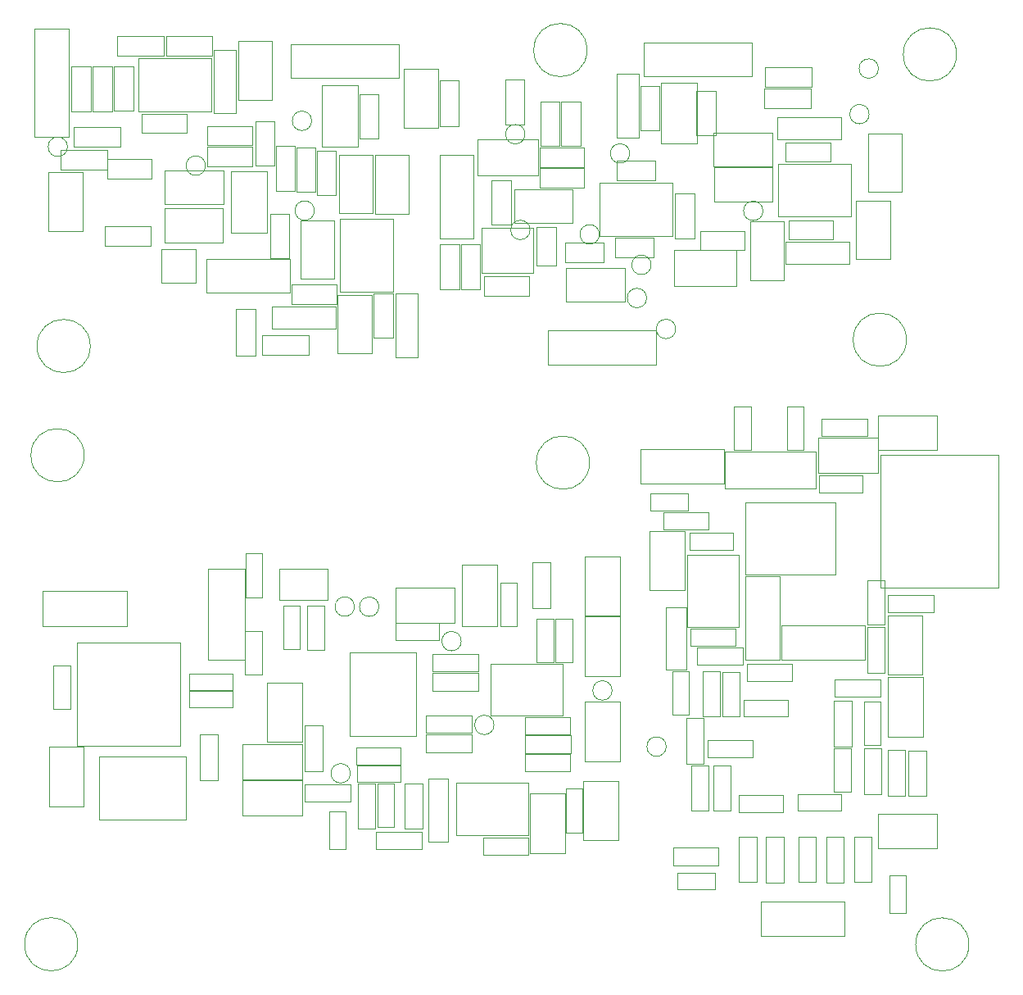
<source format=gbr>
G04 #@! TF.FileFunction,Other,User*
%FSLAX46Y46*%
G04 Gerber Fmt 4.6, Leading zero omitted, Abs format (unit mm)*
G04 Created by KiCad (PCBNEW 4.0.6) date 05/22/17 18:05:56*
%MOMM*%
%LPD*%
G01*
G04 APERTURE LIST*
%ADD10C,0.100000*%
%ADD11C,0.050000*%
G04 APERTURE END LIST*
D10*
D11*
X94440300Y-42468600D02*
G75*
G03X94440300Y-42468600I-2750000J0D01*
G01*
X72310000Y-59330000D02*
X72310000Y-53280000D01*
X68810000Y-59330000D02*
X68810000Y-53280000D01*
X72310000Y-59330000D02*
X68810000Y-59330000D01*
X72310000Y-53280000D02*
X68810000Y-53280000D01*
X48100000Y-43350000D02*
X48100000Y-48850000D01*
X55600000Y-43350000D02*
X55600000Y-48850000D01*
X48100000Y-43350000D02*
X55600000Y-43350000D01*
X48100000Y-48850000D02*
X55600000Y-48850000D01*
X103540000Y-61900000D02*
X103540000Y-57300000D01*
X105540000Y-61900000D02*
X105540000Y-57300000D01*
X103540000Y-61900000D02*
X105540000Y-61900000D01*
X103540000Y-57300000D02*
X105540000Y-57300000D01*
X58190000Y-74010000D02*
X58190000Y-69210000D01*
X60190000Y-74010000D02*
X60190000Y-69210000D01*
X58190000Y-74010000D02*
X60190000Y-74010000D01*
X58190000Y-69210000D02*
X60190000Y-69210000D01*
X46180000Y-52450000D02*
X41380000Y-52450000D01*
X46180000Y-50450000D02*
X41380000Y-50450000D01*
X46180000Y-52450000D02*
X46180000Y-50450000D01*
X41380000Y-52450000D02*
X41380000Y-50450000D01*
X112770000Y-46440000D02*
X117570000Y-46440000D01*
X112770000Y-48440000D02*
X117570000Y-48440000D01*
X112770000Y-46440000D02*
X112770000Y-48440000D01*
X117570000Y-46440000D02*
X117570000Y-48440000D01*
X40020000Y-52810000D02*
X44820000Y-52810000D01*
X40020000Y-54810000D02*
X44820000Y-54810000D01*
X40020000Y-52810000D02*
X40020000Y-54810000D01*
X44820000Y-52810000D02*
X44820000Y-54810000D01*
X117650000Y-46250000D02*
X112850000Y-46250000D01*
X117650000Y-44250000D02*
X112850000Y-44250000D01*
X117650000Y-46250000D02*
X117650000Y-44250000D01*
X112850000Y-46250000D02*
X112850000Y-44250000D01*
X65670000Y-73940000D02*
X60870000Y-73940000D01*
X65670000Y-71940000D02*
X60870000Y-71940000D01*
X65670000Y-73940000D02*
X65670000Y-71940000D01*
X60870000Y-73940000D02*
X60870000Y-71940000D01*
X74420000Y-59910000D02*
X68920000Y-59910000D01*
X74420000Y-67410000D02*
X68920000Y-67410000D01*
X74420000Y-59910000D02*
X74420000Y-67410000D01*
X68920000Y-59910000D02*
X68920000Y-67410000D01*
X114230000Y-54190000D02*
X114230000Y-59690000D01*
X121730000Y-54190000D02*
X121730000Y-59690000D01*
X114230000Y-54190000D02*
X121730000Y-54190000D01*
X114230000Y-59690000D02*
X121730000Y-59690000D01*
X109870000Y-66850000D02*
X109870000Y-63150000D01*
X103470000Y-66850000D02*
X103470000Y-63150000D01*
X109870000Y-66850000D02*
X103470000Y-66850000D01*
X109870000Y-63150000D02*
X103470000Y-63150000D01*
X55000000Y-54410000D02*
G75*
G03X55000000Y-54410000I-1000000J0D01*
G01*
X88030000Y-51160000D02*
G75*
G03X88030000Y-51160000I-1000000J0D01*
G01*
X66260000Y-59050000D02*
G75*
G03X66260000Y-59050000I-1000000J0D01*
G01*
X98860000Y-53150000D02*
G75*
G03X98860000Y-53150000I-1000000J0D01*
G01*
X100610000Y-68080000D02*
G75*
G03X100610000Y-68080000I-1000000J0D01*
G01*
X123610000Y-49090000D02*
G75*
G03X123610000Y-49090000I-1000000J0D01*
G01*
X112630000Y-59080000D02*
G75*
G03X112630000Y-59080000I-1000000J0D01*
G01*
X67030000Y-52420000D02*
X70730000Y-52420000D01*
X67030000Y-46120000D02*
X70730000Y-46120000D01*
X67030000Y-52420000D02*
X67030000Y-46120000D01*
X70730000Y-52420000D02*
X70730000Y-46120000D01*
X61342320Y-55003520D02*
X57642320Y-55003520D01*
X61342320Y-61303520D02*
X57642320Y-61303520D01*
X61342320Y-55003520D02*
X61342320Y-61303520D01*
X57642320Y-55003520D02*
X57642320Y-61303520D01*
X102080000Y-52110000D02*
X105780000Y-52110000D01*
X102080000Y-45810000D02*
X105780000Y-45810000D01*
X102080000Y-52110000D02*
X102080000Y-45810000D01*
X105780000Y-52110000D02*
X105780000Y-45810000D01*
X89390000Y-55420000D02*
X89390000Y-51720000D01*
X83090000Y-55420000D02*
X83090000Y-51720000D01*
X89390000Y-55420000D02*
X83090000Y-55420000D01*
X89390000Y-51720000D02*
X83090000Y-51720000D01*
D10*
X101490000Y-55890000D02*
X97490000Y-55890000D01*
X101490000Y-53890000D02*
X97490000Y-53890000D01*
X101490000Y-55890000D02*
X101490000Y-53890000D01*
X97490000Y-55890000D02*
X97490000Y-53890000D01*
X101360000Y-63850000D02*
X97360000Y-63850000D01*
X101360000Y-61850000D02*
X97360000Y-61850000D01*
X101360000Y-63850000D02*
X101360000Y-61850000D01*
X97360000Y-63850000D02*
X97360000Y-61850000D01*
X91260000Y-60750000D02*
X91260000Y-64750000D01*
X89260000Y-60750000D02*
X89260000Y-64750000D01*
X91260000Y-60750000D02*
X89260000Y-60750000D01*
X91260000Y-64750000D02*
X89260000Y-64750000D01*
D11*
X95770000Y-56150000D02*
X95770000Y-61650000D01*
X103270000Y-56150000D02*
X103270000Y-61650000D01*
X95770000Y-56150000D02*
X103270000Y-56150000D01*
X95770000Y-61650000D02*
X103270000Y-61650000D01*
X83550000Y-65450000D02*
X83550000Y-60850000D01*
X83550000Y-65450000D02*
X88900000Y-65450000D01*
X83550000Y-60850000D02*
X88900000Y-60850000D01*
X88900000Y-65450000D02*
X88900000Y-60850000D01*
D10*
X92200000Y-62360000D02*
X96200000Y-62360000D01*
X92200000Y-64360000D02*
X96200000Y-64360000D01*
X92200000Y-62360000D02*
X92200000Y-64360000D01*
X96200000Y-62360000D02*
X96200000Y-64360000D01*
X40740000Y-52460000D02*
G75*
G03X40740000Y-52460000I-1000000J0D01*
G01*
X124570000Y-44380000D02*
G75*
G03X124570000Y-44380000I-1000000J0D01*
G01*
X103610000Y-71280000D02*
G75*
G03X103610000Y-71280000I-1000000J0D01*
G01*
X88550000Y-61050000D02*
G75*
G03X88550000Y-61050000I-1000000J0D01*
G01*
X95720000Y-61510000D02*
G75*
G03X95720000Y-61510000I-1000000J0D01*
G01*
X101070000Y-64660000D02*
G75*
G03X101070000Y-64660000I-1000000J0D01*
G01*
X65980000Y-49780000D02*
G75*
G03X65980000Y-49780000I-1000000J0D01*
G01*
D11*
X50470300Y-62999900D02*
X50470300Y-66499900D01*
X53970300Y-62999900D02*
X53970300Y-66499900D01*
X50470300Y-62999900D02*
X53970300Y-62999900D01*
X50470300Y-66499900D02*
X53970300Y-66499900D01*
X74960000Y-45370000D02*
X74960000Y-41870000D01*
X63810000Y-45370000D02*
X63810000Y-41870000D01*
X74960000Y-45370000D02*
X63810000Y-45370000D01*
X74960000Y-41870000D02*
X63810000Y-41870000D01*
X111490000Y-45210000D02*
X111490000Y-41710000D01*
X100340000Y-45210000D02*
X100340000Y-41710000D01*
X111490000Y-45210000D02*
X100340000Y-45210000D01*
X111490000Y-41710000D02*
X100340000Y-41710000D01*
X55120000Y-64060000D02*
X55120000Y-67560000D01*
X63720000Y-64060000D02*
X63720000Y-67560000D01*
X55120000Y-64060000D02*
X63720000Y-64060000D01*
X55120000Y-67560000D02*
X63720000Y-67560000D01*
X82720000Y-53310000D02*
X79220000Y-53310000D01*
X82720000Y-61910000D02*
X79220000Y-61910000D01*
X82720000Y-53310000D02*
X82720000Y-61910000D01*
X79220000Y-53310000D02*
X79220000Y-61910000D01*
X49362500Y-62673960D02*
X44562500Y-62673960D01*
X49362500Y-60673960D02*
X44562500Y-60673960D01*
X49362500Y-62673960D02*
X49362500Y-60673960D01*
X44562500Y-62673960D02*
X44562500Y-60673960D01*
X79200000Y-50370000D02*
X79200000Y-45570000D01*
X81200000Y-50370000D02*
X81200000Y-45570000D01*
X79200000Y-50370000D02*
X81200000Y-50370000D01*
X79200000Y-45570000D02*
X81200000Y-45570000D01*
X70900000Y-51630000D02*
X70900000Y-47030000D01*
X72900000Y-51630000D02*
X72900000Y-47030000D01*
X70900000Y-51630000D02*
X72900000Y-51630000D01*
X70900000Y-47030000D02*
X72900000Y-47030000D01*
X68540000Y-68710000D02*
X63940000Y-68710000D01*
X68540000Y-66710000D02*
X63940000Y-66710000D01*
X68540000Y-68710000D02*
X68540000Y-66710000D01*
X63940000Y-68710000D02*
X63940000Y-66710000D01*
X59820000Y-54460000D02*
X55220000Y-54460000D01*
X59820000Y-52460000D02*
X55220000Y-52460000D01*
X59820000Y-54460000D02*
X59820000Y-52460000D01*
X55220000Y-54460000D02*
X55220000Y-52460000D01*
X72410000Y-72200000D02*
X72410000Y-67600000D01*
X74410000Y-72200000D02*
X74410000Y-67600000D01*
X72410000Y-72200000D02*
X74410000Y-72200000D01*
X72410000Y-67600000D02*
X74410000Y-67600000D01*
X68510000Y-52890000D02*
X68510000Y-57490000D01*
X66510000Y-52890000D02*
X66510000Y-57490000D01*
X68510000Y-52890000D02*
X66510000Y-52890000D01*
X68510000Y-57490000D02*
X66510000Y-57490000D01*
X66400000Y-52500000D02*
X66400000Y-57100000D01*
X64400000Y-52500000D02*
X64400000Y-57100000D01*
X66400000Y-52500000D02*
X64400000Y-52500000D01*
X66400000Y-57100000D02*
X64400000Y-57100000D01*
X60170000Y-54410000D02*
X60170000Y-49810000D01*
X62170000Y-54410000D02*
X62170000Y-49810000D01*
X60170000Y-54410000D02*
X62170000Y-54410000D01*
X60170000Y-49810000D02*
X62170000Y-49810000D01*
X64270000Y-52410000D02*
X64270000Y-57010000D01*
X62270000Y-52410000D02*
X62270000Y-57010000D01*
X64270000Y-52410000D02*
X62270000Y-52410000D01*
X64270000Y-57010000D02*
X62270000Y-57010000D01*
X63670000Y-59360000D02*
X63670000Y-63960000D01*
X61670000Y-59360000D02*
X61670000Y-63960000D01*
X63670000Y-59360000D02*
X61670000Y-59360000D01*
X63670000Y-63960000D02*
X61670000Y-63960000D01*
X105740000Y-51290000D02*
X105740000Y-46690000D01*
X107740000Y-51290000D02*
X107740000Y-46690000D01*
X105740000Y-51290000D02*
X107740000Y-51290000D01*
X105740000Y-46690000D02*
X107740000Y-46690000D01*
X119870000Y-62060000D02*
X115270000Y-62060000D01*
X119870000Y-60060000D02*
X115270000Y-60060000D01*
X119870000Y-62060000D02*
X119870000Y-60060000D01*
X115270000Y-62060000D02*
X115270000Y-60060000D01*
X114980000Y-52000000D02*
X119580000Y-52000000D01*
X114980000Y-54000000D02*
X119580000Y-54000000D01*
X114980000Y-52000000D02*
X114980000Y-54000000D01*
X119580000Y-52000000D02*
X119580000Y-54000000D01*
X91790000Y-52400000D02*
X91790000Y-47800000D01*
X93790000Y-52400000D02*
X93790000Y-47800000D01*
X91790000Y-52400000D02*
X93790000Y-52400000D01*
X91790000Y-47800000D02*
X93790000Y-47800000D01*
X89630000Y-52390000D02*
X89630000Y-47790000D01*
X91630000Y-52390000D02*
X91630000Y-47790000D01*
X89630000Y-52390000D02*
X91630000Y-52390000D01*
X89630000Y-47790000D02*
X91630000Y-47790000D01*
X99940000Y-50790000D02*
X99940000Y-46190000D01*
X101940000Y-50790000D02*
X101940000Y-46190000D01*
X99940000Y-50790000D02*
X101940000Y-50790000D01*
X99940000Y-46190000D02*
X101940000Y-46190000D01*
X97520000Y-51510000D02*
X97520000Y-44910000D01*
X99820000Y-51510000D02*
X99820000Y-44910000D01*
X97520000Y-51510000D02*
X99820000Y-51510000D01*
X97520000Y-44910000D02*
X99820000Y-44910000D01*
X89560000Y-52530000D02*
X94160000Y-52530000D01*
X89560000Y-54530000D02*
X94160000Y-54530000D01*
X89560000Y-52530000D02*
X89560000Y-54530000D01*
X94160000Y-52530000D02*
X94160000Y-54530000D01*
X94160000Y-56650000D02*
X89560000Y-56650000D01*
X94160000Y-54650000D02*
X89560000Y-54650000D01*
X94160000Y-56650000D02*
X94160000Y-54650000D01*
X89560000Y-56650000D02*
X89560000Y-54650000D01*
X44837760Y-53719440D02*
X49437760Y-53719440D01*
X44837760Y-55719440D02*
X49437760Y-55719440D01*
X44837760Y-53719440D02*
X44837760Y-55719440D01*
X49437760Y-53719440D02*
X49437760Y-55719440D01*
X87990000Y-45530000D02*
X87990000Y-50130000D01*
X85990000Y-45530000D02*
X85990000Y-50130000D01*
X87990000Y-45530000D02*
X85990000Y-45530000D01*
X87990000Y-50130000D02*
X85990000Y-50130000D01*
X86580000Y-55910000D02*
X86580000Y-60510000D01*
X84580000Y-55910000D02*
X84580000Y-60510000D01*
X86580000Y-55910000D02*
X84580000Y-55910000D01*
X86580000Y-60510000D02*
X84580000Y-60510000D01*
X106130000Y-61160000D02*
X110730000Y-61160000D01*
X106130000Y-63160000D02*
X110730000Y-63160000D01*
X106130000Y-61160000D02*
X106130000Y-63160000D01*
X110730000Y-61160000D02*
X110730000Y-63160000D01*
X41160000Y-48770000D02*
X41160000Y-44170000D01*
X43160000Y-48770000D02*
X43160000Y-44170000D01*
X41160000Y-48770000D02*
X43160000Y-48770000D01*
X41160000Y-44170000D02*
X43160000Y-44170000D01*
X43350000Y-48770000D02*
X43350000Y-44170000D01*
X45350000Y-48770000D02*
X45350000Y-44170000D01*
X43350000Y-48770000D02*
X45350000Y-48770000D01*
X43350000Y-44170000D02*
X45350000Y-44170000D01*
X81240000Y-62550000D02*
X81240000Y-67150000D01*
X79240000Y-62550000D02*
X79240000Y-67150000D01*
X81240000Y-62550000D02*
X79240000Y-62550000D01*
X81240000Y-67150000D02*
X79240000Y-67150000D01*
X83410000Y-62560000D02*
X83410000Y-67160000D01*
X81410000Y-62560000D02*
X81410000Y-67160000D01*
X83410000Y-62560000D02*
X81410000Y-62560000D01*
X83410000Y-67160000D02*
X81410000Y-67160000D01*
X88430000Y-67830000D02*
X83830000Y-67830000D01*
X88430000Y-65830000D02*
X83830000Y-65830000D01*
X88430000Y-67830000D02*
X88430000Y-65830000D01*
X83830000Y-67830000D02*
X83830000Y-65830000D01*
X76050000Y-59360000D02*
X76050000Y-53310000D01*
X72550000Y-59360000D02*
X72550000Y-53310000D01*
X76050000Y-59360000D02*
X72550000Y-59360000D01*
X76050000Y-53310000D02*
X72550000Y-53310000D01*
X113590000Y-51020000D02*
X107540000Y-51020000D01*
X113590000Y-54520000D02*
X107540000Y-54520000D01*
X113590000Y-51020000D02*
X113590000Y-54520000D01*
X107540000Y-51020000D02*
X107540000Y-54520000D01*
X113610000Y-54600000D02*
X107560000Y-54600000D01*
X113610000Y-58100000D02*
X107560000Y-58100000D01*
X113610000Y-54600000D02*
X113610000Y-58100000D01*
X107560000Y-54600000D02*
X107560000Y-58100000D01*
X98360000Y-64950000D02*
X92310000Y-64950000D01*
X98360000Y-68450000D02*
X92310000Y-68450000D01*
X98360000Y-64950000D02*
X98360000Y-68450000D01*
X92310000Y-64950000D02*
X92310000Y-68450000D01*
X64820000Y-60060000D02*
X64820000Y-66110000D01*
X68320000Y-60060000D02*
X68320000Y-66110000D01*
X64820000Y-60060000D02*
X68320000Y-60060000D01*
X64820000Y-66110000D02*
X68320000Y-66110000D01*
X123500000Y-51100000D02*
X123500000Y-57150000D01*
X127000000Y-51100000D02*
X127000000Y-57150000D01*
X123500000Y-51100000D02*
X127000000Y-51100000D01*
X123500000Y-57150000D02*
X127000000Y-57150000D01*
X92960000Y-56850000D02*
X86910000Y-56850000D01*
X92960000Y-60350000D02*
X86910000Y-60350000D01*
X92960000Y-56850000D02*
X92960000Y-60350000D01*
X86910000Y-56850000D02*
X86910000Y-60350000D01*
X56792240Y-58821600D02*
X50742240Y-58821600D01*
X56792240Y-62321600D02*
X50742240Y-62321600D01*
X56792240Y-58821600D02*
X56792240Y-62321600D01*
X50742240Y-58821600D02*
X50742240Y-62321600D01*
X56873520Y-54920160D02*
X50823520Y-54920160D01*
X56873520Y-58420160D02*
X50823520Y-58420160D01*
X56873520Y-54920160D02*
X56873520Y-58420160D01*
X50823520Y-54920160D02*
X50823520Y-58420160D01*
X111290000Y-60180000D02*
X111290000Y-66230000D01*
X114790000Y-60180000D02*
X114790000Y-66230000D01*
X111290000Y-60180000D02*
X114790000Y-60180000D01*
X111290000Y-66230000D02*
X114790000Y-66230000D01*
X68680000Y-67750000D02*
X68680000Y-73800000D01*
X72180000Y-67750000D02*
X72180000Y-73800000D01*
X68680000Y-67750000D02*
X72180000Y-67750000D01*
X68680000Y-73800000D02*
X72180000Y-73800000D01*
X122260000Y-58020000D02*
X122260000Y-64070000D01*
X125760000Y-58020000D02*
X125760000Y-64070000D01*
X122260000Y-58020000D02*
X125760000Y-58020000D01*
X122260000Y-64070000D02*
X125760000Y-64070000D01*
X42293920Y-61163360D02*
X42293920Y-55113360D01*
X38793920Y-61163360D02*
X38793920Y-55113360D01*
X42293920Y-61163360D02*
X38793920Y-61163360D01*
X42293920Y-55113360D02*
X38793920Y-55113360D01*
X79040000Y-50500000D02*
X79040000Y-44450000D01*
X75540000Y-50500000D02*
X75540000Y-44450000D01*
X79040000Y-50500000D02*
X75540000Y-50500000D01*
X79040000Y-44450000D02*
X75540000Y-44450000D01*
X58410000Y-41570000D02*
X58410000Y-47620000D01*
X61910000Y-41570000D02*
X61910000Y-47620000D01*
X58410000Y-41570000D02*
X61910000Y-41570000D01*
X58410000Y-47620000D02*
X61910000Y-47620000D01*
X37360000Y-51440000D02*
X40860000Y-51440000D01*
X37360000Y-40290000D02*
X40860000Y-40290000D01*
X37360000Y-51440000D02*
X37360000Y-40290000D01*
X40860000Y-51440000D02*
X40860000Y-40290000D01*
X45570000Y-48750000D02*
X45570000Y-44150000D01*
X47570000Y-48750000D02*
X47570000Y-44150000D01*
X45570000Y-48750000D02*
X47570000Y-48750000D01*
X45570000Y-44150000D02*
X47570000Y-44150000D01*
X61880000Y-68930000D02*
X68480000Y-68930000D01*
X61880000Y-71230000D02*
X68480000Y-71230000D01*
X61880000Y-68930000D02*
X61880000Y-71230000D01*
X68480000Y-68930000D02*
X68480000Y-71230000D01*
X74660000Y-74170000D02*
X74660000Y-67570000D01*
X76960000Y-74170000D02*
X76960000Y-67570000D01*
X74660000Y-74170000D02*
X76960000Y-74170000D01*
X74660000Y-67570000D02*
X76960000Y-67570000D01*
X59820000Y-52310000D02*
X55220000Y-52310000D01*
X59820000Y-50310000D02*
X55220000Y-50310000D01*
X59820000Y-52310000D02*
X59820000Y-50310000D01*
X55220000Y-52310000D02*
X55220000Y-50310000D01*
X55870000Y-49020000D02*
X55870000Y-42420000D01*
X58170000Y-49020000D02*
X58170000Y-42420000D01*
X55870000Y-49020000D02*
X58170000Y-49020000D01*
X55870000Y-42420000D02*
X58170000Y-42420000D01*
X114980000Y-62270000D02*
X121580000Y-62270000D01*
X114980000Y-64570000D02*
X121580000Y-64570000D01*
X114980000Y-62270000D02*
X114980000Y-64570000D01*
X121580000Y-62270000D02*
X121580000Y-64570000D01*
X114080000Y-49420000D02*
X120680000Y-49420000D01*
X114080000Y-51720000D02*
X120680000Y-51720000D01*
X114080000Y-49420000D02*
X114080000Y-51720000D01*
X120680000Y-49420000D02*
X120680000Y-51720000D01*
X101600000Y-74940000D02*
X101600000Y-71440000D01*
X90450000Y-74940000D02*
X90450000Y-71440000D01*
X101600000Y-74940000D02*
X90450000Y-74940000D01*
X101600000Y-71440000D02*
X90450000Y-71440000D01*
X53030000Y-51050000D02*
X48430000Y-51050000D01*
X53030000Y-49050000D02*
X48430000Y-49050000D01*
X53030000Y-51050000D02*
X53030000Y-49050000D01*
X48430000Y-51050000D02*
X48430000Y-49050000D01*
X45860000Y-41020000D02*
X50660000Y-41020000D01*
X45860000Y-43020000D02*
X50660000Y-43020000D01*
X45860000Y-41020000D02*
X45860000Y-43020000D01*
X50660000Y-41020000D02*
X50660000Y-43020000D01*
X50920000Y-41040000D02*
X55720000Y-41040000D01*
X50920000Y-43040000D02*
X55720000Y-43040000D01*
X50920000Y-41040000D02*
X50920000Y-43040000D01*
X55720000Y-41040000D02*
X55720000Y-43040000D01*
X76814800Y-104705200D02*
X69914800Y-104705200D01*
X76814800Y-113305200D02*
X69914800Y-113305200D01*
X76814800Y-104705200D02*
X76814800Y-113305200D01*
X69914800Y-104705200D02*
X69914800Y-113305200D01*
X74645400Y-101660900D02*
X79145400Y-101660900D01*
X74645400Y-101660900D02*
X74645400Y-103410900D01*
X79145400Y-103410900D02*
X79145400Y-101660900D01*
X79145400Y-103410900D02*
X74645400Y-103410900D01*
X91179200Y-105705300D02*
X91179200Y-101205300D01*
X91179200Y-105705300D02*
X92929200Y-105705300D01*
X92929200Y-101205300D02*
X91179200Y-101205300D01*
X92929200Y-101205300D02*
X92929200Y-105705300D01*
X89236100Y-105705300D02*
X89236100Y-101205300D01*
X89236100Y-105705300D02*
X90986100Y-105705300D01*
X90986100Y-101205300D02*
X89236100Y-101205300D01*
X90986100Y-101205300D02*
X90986100Y-105705300D01*
X85476900Y-101996900D02*
X85476900Y-97496900D01*
X85476900Y-101996900D02*
X87226900Y-101996900D01*
X87226900Y-97496900D02*
X85476900Y-97496900D01*
X87226900Y-97496900D02*
X87226900Y-101996900D01*
X39287000Y-110505900D02*
X39287000Y-106005900D01*
X39287000Y-110505900D02*
X41037000Y-110505900D01*
X41037000Y-106005900D02*
X39287000Y-106005900D01*
X41037000Y-106005900D02*
X41037000Y-110505900D01*
X53296700Y-106855200D02*
X57796700Y-106855200D01*
X53296700Y-106855200D02*
X53296700Y-108605200D01*
X57796700Y-108605200D02*
X57796700Y-106855200D01*
X57796700Y-108605200D02*
X53296700Y-108605200D01*
X53296700Y-108633200D02*
X57796700Y-108633200D01*
X53296700Y-108633200D02*
X53296700Y-110383200D01*
X57796700Y-110383200D02*
X57796700Y-108633200D01*
X57796700Y-110383200D02*
X53296700Y-110383200D01*
X60852650Y-102494350D02*
X60852650Y-106994350D01*
X60852650Y-102494350D02*
X59102650Y-102494350D01*
X59102650Y-106994350D02*
X60852650Y-106994350D01*
X59102650Y-106994350D02*
X59102650Y-102494350D01*
X59143450Y-98980650D02*
X59143450Y-94480650D01*
X59143450Y-98980650D02*
X60893450Y-98980650D01*
X60893450Y-94480650D02*
X59143450Y-94480650D01*
X60893450Y-94480650D02*
X60893450Y-98980650D01*
X93980600Y-118782100D02*
X93980600Y-123282100D01*
X93980600Y-118782100D02*
X92230600Y-118782100D01*
X92230600Y-123282100D02*
X93980600Y-123282100D01*
X92230600Y-123282100D02*
X92230600Y-118782100D01*
X74524200Y-118236000D02*
X74524200Y-122736000D01*
X74524200Y-118236000D02*
X72774200Y-118236000D01*
X72774200Y-122736000D02*
X74524200Y-122736000D01*
X72774200Y-122736000D02*
X72774200Y-118236000D01*
X63023300Y-104371800D02*
X63023300Y-99871800D01*
X63023300Y-104371800D02*
X64773300Y-104371800D01*
X64773300Y-99871800D02*
X63023300Y-99871800D01*
X64773300Y-99871800D02*
X64773300Y-104371800D01*
X75132200Y-116286000D02*
X70632200Y-116286000D01*
X75132200Y-116286000D02*
X75132200Y-114536000D01*
X70632200Y-114536000D02*
X70632200Y-116286000D01*
X70632200Y-114536000D02*
X75132200Y-114536000D01*
X97834300Y-115961400D02*
X97834300Y-109811400D01*
X97834300Y-109811400D02*
X94234300Y-109811400D01*
X94234300Y-109811400D02*
X94234300Y-115961400D01*
X94234300Y-115961400D02*
X97834300Y-115961400D01*
X97834300Y-100911900D02*
X97834300Y-94761900D01*
X97834300Y-94761900D02*
X94234300Y-94761900D01*
X94234300Y-94761900D02*
X94234300Y-100911900D01*
X94234300Y-100911900D02*
X97834300Y-100911900D01*
X64992100Y-117911300D02*
X58842100Y-117911300D01*
X58842100Y-117911300D02*
X58842100Y-121511300D01*
X58842100Y-121511300D02*
X64992100Y-121511300D01*
X64992100Y-121511300D02*
X64992100Y-117911300D01*
X64966700Y-114190200D02*
X58816700Y-114190200D01*
X58816700Y-114190200D02*
X58816700Y-117790200D01*
X58816700Y-117790200D02*
X64966700Y-117790200D01*
X64966700Y-117790200D02*
X64966700Y-114190200D01*
X94069200Y-117949400D02*
X94069200Y-124099400D01*
X94069200Y-124099400D02*
X97669200Y-124099400D01*
X97669200Y-124099400D02*
X97669200Y-117949400D01*
X97669200Y-117949400D02*
X94069200Y-117949400D01*
X88045500Y-113274100D02*
X92745500Y-113274100D01*
X88045500Y-113274100D02*
X88045500Y-115074100D01*
X92745500Y-115074100D02*
X92745500Y-113274100D01*
X92745500Y-115074100D02*
X88045500Y-115074100D01*
X92707400Y-113181800D02*
X88007400Y-113181800D01*
X92707400Y-113181800D02*
X92707400Y-111381800D01*
X88007400Y-111381800D02*
X88007400Y-113181800D01*
X88007400Y-111381800D02*
X92707400Y-111381800D01*
X69987100Y-120128700D02*
X65287100Y-120128700D01*
X69987100Y-120128700D02*
X69987100Y-118328700D01*
X65287100Y-118328700D02*
X65287100Y-120128700D01*
X65287100Y-118328700D02*
X69987100Y-118328700D01*
X67102000Y-112268600D02*
X67102000Y-116968600D01*
X67102000Y-112268600D02*
X65302000Y-112268600D01*
X65302000Y-116968600D02*
X67102000Y-116968600D01*
X65302000Y-116968600D02*
X65302000Y-112268600D01*
X83169700Y-106641300D02*
X78469700Y-106641300D01*
X83169700Y-106641300D02*
X83169700Y-104841300D01*
X78469700Y-104841300D02*
X78469700Y-106641300D01*
X78469700Y-104841300D02*
X83169700Y-104841300D01*
X78469700Y-106835200D02*
X83169700Y-106835200D01*
X78469700Y-106835200D02*
X78469700Y-108635200D01*
X83169700Y-108635200D02*
X83169700Y-106835200D01*
X83169700Y-108635200D02*
X78469700Y-108635200D01*
X88032800Y-115179100D02*
X92732800Y-115179100D01*
X88032800Y-115179100D02*
X88032800Y-116979100D01*
X92732800Y-116979100D02*
X92732800Y-115179100D01*
X92732800Y-116979100D02*
X88032800Y-116979100D01*
X77834700Y-113185200D02*
X82534700Y-113185200D01*
X77834700Y-113185200D02*
X77834700Y-114985200D01*
X82534700Y-114985200D02*
X82534700Y-113185200D01*
X82534700Y-114985200D02*
X77834700Y-114985200D01*
X82522000Y-113029400D02*
X77822000Y-113029400D01*
X82522000Y-113029400D02*
X82522000Y-111229400D01*
X77822000Y-111229400D02*
X77822000Y-113029400D01*
X77822000Y-111229400D02*
X82522000Y-111229400D01*
X88835100Y-100103000D02*
X88835100Y-95403000D01*
X88835100Y-100103000D02*
X90635100Y-100103000D01*
X90635100Y-95403000D02*
X88835100Y-95403000D01*
X90635100Y-95403000D02*
X90635100Y-100103000D01*
X56256200Y-113183000D02*
X56256200Y-117883000D01*
X56256200Y-113183000D02*
X54456200Y-113183000D01*
X54456200Y-117883000D02*
X56256200Y-117883000D01*
X54456200Y-117883000D02*
X54456200Y-113183000D01*
X43998200Y-115470700D02*
X52998200Y-115470700D01*
X52998200Y-115470700D02*
X52998200Y-121970700D01*
X52998200Y-121970700D02*
X43998200Y-121970700D01*
X43998200Y-121970700D02*
X43998200Y-115470700D01*
X84468400Y-105848000D02*
X84468400Y-111248000D01*
X91928400Y-105848000D02*
X91928400Y-111248000D01*
X84468400Y-105848000D02*
X91928400Y-105848000D01*
X84468400Y-111248000D02*
X91928400Y-111248000D01*
X81477950Y-102000750D02*
X85177950Y-102000750D01*
X81477950Y-95600750D02*
X85177950Y-95600750D01*
X81477950Y-102000750D02*
X81477950Y-95600750D01*
X85177950Y-102000750D02*
X85177950Y-95600750D01*
X62660600Y-96051400D02*
X62660600Y-99251400D01*
X62660600Y-99251400D02*
X67660600Y-99251400D01*
X67660600Y-99251400D02*
X67660600Y-96051400D01*
X67660600Y-96051400D02*
X62660600Y-96051400D01*
X81438700Y-103531500D02*
G75*
G03X81438700Y-103531500I-1000000J0D01*
G01*
X72929700Y-99975500D02*
G75*
G03X72929700Y-99975500I-1000000J0D01*
G01*
X97034300Y-108624200D02*
G75*
G03X97034300Y-108624200I-1000000J0D01*
G01*
X70402400Y-99962800D02*
G75*
G03X70402400Y-99962800I-1000000J0D01*
G01*
X84829600Y-112180200D02*
G75*
G03X84829600Y-112180200I-1000000J0D01*
G01*
X69983300Y-117184000D02*
G75*
G03X69983300Y-117184000I-1000000J0D01*
G01*
X55240550Y-105418450D02*
X59040550Y-105418450D01*
X59040550Y-105418450D02*
X59040550Y-96018450D01*
X59040550Y-96018450D02*
X55240550Y-96018450D01*
X55240550Y-96018450D02*
X55240550Y-105418450D01*
X70644900Y-116354800D02*
X75144900Y-116354800D01*
X70644900Y-116354800D02*
X70644900Y-118104800D01*
X75144900Y-118104800D02*
X75144900Y-116354800D01*
X75144900Y-118104800D02*
X70644900Y-118104800D01*
X64979400Y-113954800D02*
X64979400Y-107804800D01*
X64979400Y-107804800D02*
X61379400Y-107804800D01*
X61379400Y-107804800D02*
X61379400Y-113954800D01*
X61379400Y-113954800D02*
X64979400Y-113954800D01*
X67272500Y-99897200D02*
X67272500Y-104397200D01*
X67272500Y-99897200D02*
X65522500Y-99897200D01*
X65522500Y-104397200D02*
X67272500Y-104397200D01*
X65522500Y-104397200D02*
X65522500Y-99897200D01*
X72550300Y-118237600D02*
X72550300Y-122937600D01*
X72550300Y-118237600D02*
X70750300Y-118237600D01*
X70750300Y-122937600D02*
X72550300Y-122937600D01*
X70750300Y-122937600D02*
X70750300Y-118237600D01*
X88359700Y-123592400D02*
X88359700Y-118192400D01*
X80899700Y-123592400D02*
X80899700Y-118192400D01*
X88359700Y-123592400D02*
X80899700Y-123592400D01*
X88359700Y-118192400D02*
X80899700Y-118192400D01*
X46856500Y-98340600D02*
X38206500Y-98340600D01*
X38206500Y-98340600D02*
X38206500Y-101940600D01*
X38206500Y-101940600D02*
X46856500Y-101940600D01*
X46856500Y-101940600D02*
X46856500Y-98340600D01*
X42424200Y-120596900D02*
X42424200Y-114446900D01*
X42424200Y-114446900D02*
X38824200Y-114446900D01*
X38824200Y-114446900D02*
X38824200Y-120596900D01*
X38824200Y-120596900D02*
X42424200Y-120596900D01*
X67803100Y-121088700D02*
X69503100Y-121088700D01*
X69503100Y-121088700D02*
X69503100Y-124988700D01*
X69503100Y-124988700D02*
X67803100Y-124988700D01*
X67803100Y-124988700D02*
X67803100Y-121088700D01*
X52363100Y-114305200D02*
X52363100Y-103705200D01*
X41763100Y-114305200D02*
X41763100Y-103705200D01*
X52363100Y-114305200D02*
X41763100Y-114305200D01*
X52363100Y-103705200D02*
X41763100Y-103705200D01*
X74638200Y-101610400D02*
X80788200Y-101610400D01*
X80788200Y-101610400D02*
X80788200Y-98010400D01*
X80788200Y-98010400D02*
X74638200Y-98010400D01*
X74638200Y-98010400D02*
X74638200Y-101610400D01*
X94234300Y-101007600D02*
X94234300Y-107157600D01*
X94234300Y-107157600D02*
X97834300Y-107157600D01*
X97834300Y-107157600D02*
X97834300Y-101007600D01*
X97834300Y-101007600D02*
X94234300Y-101007600D01*
X78004400Y-124244000D02*
X78004400Y-117744000D01*
X78004400Y-124244000D02*
X80104400Y-124244000D01*
X80104400Y-117744000D02*
X78004400Y-117744000D01*
X80104400Y-117744000D02*
X80104400Y-124244000D01*
X83689400Y-123802400D02*
X88389400Y-123802400D01*
X83689400Y-123802400D02*
X83689400Y-125602400D01*
X88389400Y-125602400D02*
X88389400Y-123802400D01*
X88389400Y-125602400D02*
X83689400Y-125602400D01*
X72653100Y-123230900D02*
X77353100Y-123230900D01*
X72653100Y-123230900D02*
X72653100Y-125030900D01*
X77353100Y-125030900D02*
X77353100Y-123230900D01*
X77353100Y-125030900D02*
X72653100Y-125030900D01*
X75627100Y-122937600D02*
X75627100Y-118237600D01*
X75627100Y-122937600D02*
X77427100Y-122937600D01*
X77427100Y-118237600D02*
X75627100Y-118237600D01*
X77427100Y-118237600D02*
X77427100Y-122937600D01*
X92157400Y-125435600D02*
X92157400Y-119285600D01*
X92157400Y-119285600D02*
X88557400Y-119285600D01*
X88557400Y-119285600D02*
X88557400Y-125435600D01*
X88557400Y-125435600D02*
X92157400Y-125435600D01*
X120138300Y-89210900D02*
X110838300Y-89210900D01*
X120138300Y-96610900D02*
X110838300Y-96610900D01*
X120138300Y-89210900D02*
X120138300Y-96610900D01*
X110838300Y-89210900D02*
X110838300Y-96610900D01*
X111615300Y-115527900D02*
X106915300Y-115527900D01*
X111615300Y-115527900D02*
X111615300Y-113727900D01*
X106915300Y-113727900D02*
X106915300Y-115527900D01*
X106915300Y-113727900D02*
X111615300Y-113727900D01*
X125719050Y-127733750D02*
X127419050Y-127733750D01*
X127419050Y-127733750D02*
X127419050Y-131633750D01*
X127419050Y-131633750D02*
X125719050Y-131633750D01*
X125719050Y-131633750D02*
X125719050Y-127733750D01*
X116210100Y-119310500D02*
X120710100Y-119310500D01*
X116210100Y-119310500D02*
X116210100Y-121060500D01*
X120710100Y-121060500D02*
X120710100Y-119310500D01*
X120710100Y-121060500D02*
X116210100Y-121060500D01*
X121727700Y-114587700D02*
X121727700Y-119087700D01*
X121727700Y-114587700D02*
X119977700Y-114587700D01*
X119977700Y-119087700D02*
X121727700Y-119087700D01*
X119977700Y-119087700D02*
X119977700Y-114587700D01*
X124801100Y-109761700D02*
X124801100Y-114261700D01*
X124801100Y-109761700D02*
X123051100Y-109761700D01*
X123051100Y-114261700D02*
X124801100Y-114261700D01*
X123051100Y-114261700D02*
X123051100Y-109761700D01*
X115172900Y-111316900D02*
X110672900Y-111316900D01*
X115172900Y-111316900D02*
X115172900Y-109566900D01*
X110672900Y-109566900D02*
X110672900Y-111316900D01*
X110672900Y-109566900D02*
X115172900Y-109566900D01*
X108436100Y-111264500D02*
X108436100Y-106764500D01*
X108436100Y-111264500D02*
X110186100Y-111264500D01*
X110186100Y-106764500D02*
X108436100Y-106764500D01*
X110186100Y-106764500D02*
X110186100Y-111264500D01*
X104989100Y-106662900D02*
X104989100Y-111162900D01*
X104989100Y-106662900D02*
X103239100Y-106662900D01*
X103239100Y-111162900D02*
X104989100Y-111162900D01*
X103239100Y-111162900D02*
X103239100Y-106662900D01*
X110164900Y-119412100D02*
X114664900Y-119412100D01*
X110164900Y-119412100D02*
X110164900Y-121162100D01*
X114664900Y-121162100D02*
X114664900Y-119412100D01*
X114664900Y-121162100D02*
X110164900Y-121162100D01*
X120960300Y-123758700D02*
X120960300Y-128458700D01*
X120960300Y-123758700D02*
X119160300Y-123758700D01*
X119160300Y-128458700D02*
X120960300Y-128458700D01*
X119160300Y-128458700D02*
X119160300Y-123758700D01*
X111968700Y-123733300D02*
X111968700Y-128433300D01*
X111968700Y-123733300D02*
X110168700Y-123733300D01*
X110168700Y-128433300D02*
X111968700Y-128433300D01*
X110168700Y-128433300D02*
X110168700Y-123733300D01*
X112962700Y-128458700D02*
X112962700Y-123758700D01*
X112962700Y-128458700D02*
X114762700Y-128458700D01*
X114762700Y-123758700D02*
X112962700Y-123758700D01*
X114762700Y-123758700D02*
X114762700Y-128458700D01*
X116315500Y-128433300D02*
X116315500Y-123733300D01*
X116315500Y-128433300D02*
X118115500Y-128433300D01*
X118115500Y-123733300D02*
X116315500Y-123733300D01*
X118115500Y-123733300D02*
X118115500Y-128433300D01*
X122055900Y-128407900D02*
X122055900Y-123707900D01*
X122055900Y-128407900D02*
X123855900Y-128407900D01*
X123855900Y-123707900D02*
X122055900Y-123707900D01*
X123855900Y-123707900D02*
X123855900Y-128407900D01*
X125510300Y-119467100D02*
X125510300Y-114767100D01*
X125510300Y-119467100D02*
X127310300Y-119467100D01*
X127310300Y-114767100D02*
X125510300Y-114767100D01*
X127310300Y-114767100D02*
X127310300Y-119467100D01*
X123097300Y-119340100D02*
X123097300Y-114640100D01*
X123097300Y-119340100D02*
X124897300Y-119340100D01*
X124897300Y-114640100D02*
X123097300Y-114640100D01*
X124897300Y-114640100D02*
X124897300Y-119340100D01*
X119998500Y-114412500D02*
X119998500Y-109712500D01*
X119998500Y-114412500D02*
X121798500Y-114412500D01*
X121798500Y-109712500D02*
X119998500Y-109712500D01*
X121798500Y-109712500D02*
X121798500Y-114412500D01*
X120047100Y-107479500D02*
X124747100Y-107479500D01*
X120047100Y-107479500D02*
X120047100Y-109279500D01*
X124747100Y-109279500D02*
X124747100Y-107479500D01*
X124747100Y-109279500D02*
X120047100Y-109279500D01*
X106384100Y-111313700D02*
X106384100Y-106613700D01*
X106384100Y-111313700D02*
X108184100Y-111313700D01*
X108184100Y-106613700D02*
X106384100Y-106613700D01*
X108184100Y-106613700D02*
X108184100Y-111313700D01*
X105215700Y-121041900D02*
X105215700Y-116341900D01*
X105215700Y-121041900D02*
X107015700Y-121041900D01*
X107015700Y-116341900D02*
X105215700Y-116341900D01*
X107015700Y-116341900D02*
X107015700Y-121041900D01*
X109276300Y-116341900D02*
X109276300Y-121041900D01*
X109276300Y-116341900D02*
X107476300Y-116341900D01*
X107476300Y-121041900D02*
X109276300Y-121041900D01*
X107476300Y-121041900D02*
X107476300Y-116341900D01*
X104707700Y-116165100D02*
X104707700Y-111465100D01*
X104707700Y-116165100D02*
X106507700Y-116165100D01*
X106507700Y-111465100D02*
X104707700Y-111465100D01*
X106507700Y-111465100D02*
X106507700Y-116165100D01*
X129482000Y-114830600D02*
X129482000Y-119530600D01*
X129482000Y-114830600D02*
X127682000Y-114830600D01*
X127682000Y-119530600D02*
X129482000Y-119530600D01*
X127682000Y-119530600D02*
X127682000Y-114830600D01*
X121098300Y-130404700D02*
X112448300Y-130404700D01*
X112448300Y-130404700D02*
X112448300Y-134004700D01*
X112448300Y-134004700D02*
X121098300Y-134004700D01*
X121098300Y-134004700D02*
X121098300Y-130404700D01*
X103340300Y-124868600D02*
X108040300Y-124868600D01*
X103340300Y-124868600D02*
X103340300Y-126668600D01*
X108040300Y-126668600D02*
X108040300Y-124868600D01*
X108040300Y-126668600D02*
X103340300Y-126668600D01*
X105060300Y-92348600D02*
X109560300Y-92348600D01*
X105060300Y-92348600D02*
X105060300Y-94098600D01*
X109560300Y-94098600D02*
X109560300Y-92348600D01*
X109560300Y-94098600D02*
X105060300Y-94098600D01*
X125207500Y-97277600D02*
X125207500Y-101777600D01*
X125207500Y-97277600D02*
X123457500Y-97277600D01*
X123457500Y-101777600D02*
X125207500Y-101777600D01*
X123457500Y-101777600D02*
X123457500Y-97277600D01*
X115090900Y-83819800D02*
X115090900Y-79319800D01*
X115090900Y-83819800D02*
X116840900Y-83819800D01*
X116840900Y-79319800D02*
X115090900Y-79319800D01*
X116840900Y-79319800D02*
X116840900Y-83819800D01*
X109617200Y-83819800D02*
X109617200Y-79319800D01*
X109617200Y-83819800D02*
X111367200Y-83819800D01*
X111367200Y-79319800D02*
X109617200Y-79319800D01*
X111367200Y-79319800D02*
X111367200Y-83819800D01*
X118445300Y-86392100D02*
X122945300Y-86392100D01*
X118445300Y-86392100D02*
X118445300Y-88142100D01*
X122945300Y-88142100D02*
X122945300Y-86392100D01*
X122945300Y-88142100D02*
X118445300Y-88142100D01*
X107660300Y-127428600D02*
X107660300Y-129128600D01*
X107660300Y-129128600D02*
X103760300Y-129128600D01*
X103760300Y-129128600D02*
X103760300Y-127428600D01*
X103760300Y-127428600D02*
X107660300Y-127428600D01*
X101000300Y-90008600D02*
X101000300Y-88308600D01*
X101000300Y-88308600D02*
X104900300Y-88308600D01*
X104900300Y-88308600D02*
X104900300Y-90008600D01*
X104900300Y-90008600D02*
X101000300Y-90008600D01*
X130648700Y-121336900D02*
X124498700Y-121336900D01*
X124498700Y-121336900D02*
X124498700Y-124936900D01*
X124498700Y-124936900D02*
X130648700Y-124936900D01*
X130648700Y-124936900D02*
X130648700Y-121336900D01*
X130648700Y-80214300D02*
X124498700Y-80214300D01*
X124498700Y-80214300D02*
X124498700Y-83814300D01*
X124498700Y-83814300D02*
X130648700Y-83814300D01*
X130648700Y-83814300D02*
X130648700Y-80214300D01*
X129137400Y-107004500D02*
X129137400Y-100854500D01*
X129137400Y-100854500D02*
X125537400Y-100854500D01*
X125537400Y-100854500D02*
X125537400Y-107004500D01*
X125537400Y-107004500D02*
X129137400Y-107004500D01*
X124813500Y-84291000D02*
X124813500Y-98041000D01*
X124813500Y-98041000D02*
X137013500Y-98041000D01*
X137013500Y-98041000D02*
X137013500Y-84291000D01*
X137013500Y-84291000D02*
X124813500Y-84291000D01*
X115666600Y-107653900D02*
X110966600Y-107653900D01*
X115666600Y-107653900D02*
X115666600Y-105853900D01*
X110966600Y-105853900D02*
X110966600Y-107653900D01*
X110966600Y-105853900D02*
X115666600Y-105853900D01*
X125189400Y-102067100D02*
X125189400Y-106767100D01*
X125189400Y-102067100D02*
X123389400Y-102067100D01*
X123389400Y-106767100D02*
X125189400Y-106767100D01*
X123389400Y-106767100D02*
X123389400Y-102067100D01*
X125571600Y-98741900D02*
X130271600Y-98741900D01*
X125571600Y-98741900D02*
X125571600Y-100541900D01*
X130271600Y-100541900D02*
X130271600Y-98741900D01*
X130271600Y-100541900D02*
X125571600Y-100541900D01*
X107043300Y-91982100D02*
X102343300Y-91982100D01*
X107043300Y-91982100D02*
X107043300Y-90182100D01*
X102343300Y-90182100D02*
X102343300Y-91982100D01*
X102343300Y-90182100D02*
X107043300Y-90182100D01*
X118700900Y-80542800D02*
X123400900Y-80542800D01*
X118700900Y-80542800D02*
X118700900Y-82342800D01*
X123400900Y-82342800D02*
X123400900Y-80542800D01*
X123400900Y-82342800D02*
X118700900Y-82342800D01*
X118130900Y-87775100D02*
X118130900Y-83975100D01*
X118130900Y-83975100D02*
X108730900Y-83975100D01*
X108730900Y-83975100D02*
X108730900Y-87775100D01*
X108730900Y-87775100D02*
X118130900Y-87775100D01*
X110800300Y-96808600D02*
X110800300Y-105458600D01*
X110800300Y-105458600D02*
X114400300Y-105458600D01*
X114400300Y-105458600D02*
X114400300Y-96808600D01*
X114400300Y-96808600D02*
X110800300Y-96808600D01*
X110170300Y-94588600D02*
X104770300Y-94588600D01*
X110170300Y-102048600D02*
X104770300Y-102048600D01*
X110170300Y-94588600D02*
X110170300Y-102048600D01*
X104770300Y-94588600D02*
X104770300Y-102048600D01*
X124501900Y-82525700D02*
X118351900Y-82525700D01*
X118351900Y-82525700D02*
X118351900Y-86125700D01*
X118351900Y-86125700D02*
X124501900Y-86125700D01*
X124501900Y-86125700D02*
X124501900Y-82525700D01*
X104520300Y-98278600D02*
X104520300Y-92128600D01*
X104520300Y-92128600D02*
X100920300Y-92128600D01*
X100920300Y-92128600D02*
X100920300Y-98278600D01*
X100920300Y-98278600D02*
X104520300Y-98278600D01*
X125550100Y-107239900D02*
X125550100Y-113389900D01*
X125550100Y-113389900D02*
X129150100Y-113389900D01*
X129150100Y-113389900D02*
X129150100Y-107239900D01*
X129150100Y-107239900D02*
X125550100Y-107239900D01*
X100000300Y-87278600D02*
X108650300Y-87278600D01*
X108650300Y-87278600D02*
X108650300Y-83678600D01*
X108650300Y-83678600D02*
X100000300Y-83678600D01*
X100000300Y-83678600D02*
X100000300Y-87278600D01*
X114526500Y-105493200D02*
X123176500Y-105493200D01*
X123176500Y-105493200D02*
X123176500Y-101893200D01*
X123176500Y-101893200D02*
X114526500Y-101893200D01*
X114526500Y-101893200D02*
X114526500Y-105493200D01*
X105100300Y-102208600D02*
X109800300Y-102208600D01*
X105100300Y-102208600D02*
X105100300Y-104008600D01*
X109800300Y-104008600D02*
X109800300Y-102208600D01*
X109800300Y-104008600D02*
X105100300Y-104008600D01*
X105820300Y-104168600D02*
X110520300Y-104168600D01*
X105820300Y-104168600D02*
X105820300Y-105968600D01*
X110520300Y-105968600D02*
X110520300Y-104168600D01*
X110520300Y-105968600D02*
X105820300Y-105968600D01*
X102630300Y-114418600D02*
G75*
G03X102630300Y-114418600I-1000000J0D01*
G01*
X104680300Y-100008600D02*
X104680300Y-106508600D01*
X104680300Y-100008600D02*
X102580300Y-100008600D01*
X102580300Y-106508600D02*
X104680300Y-106508600D01*
X102580300Y-106508600D02*
X102580300Y-100008600D01*
X132640300Y-42918600D02*
G75*
G03X132640300Y-42918600I-2750000J0D01*
G01*
X43100300Y-73038600D02*
G75*
G03X43100300Y-73038600I-2750000J0D01*
G01*
X41810300Y-134838600D02*
G75*
G03X41810300Y-134838600I-2750000J0D01*
G01*
X127460300Y-72388600D02*
G75*
G03X127460300Y-72388600I-2750000J0D01*
G01*
X94700300Y-85088600D02*
G75*
G03X94700300Y-85088600I-2750000J0D01*
G01*
X42460300Y-84328600D02*
G75*
G03X42460300Y-84328600I-2750000J0D01*
G01*
X133920300Y-134858600D02*
G75*
G03X133920300Y-134858600I-2750000J0D01*
G01*
M02*

</source>
